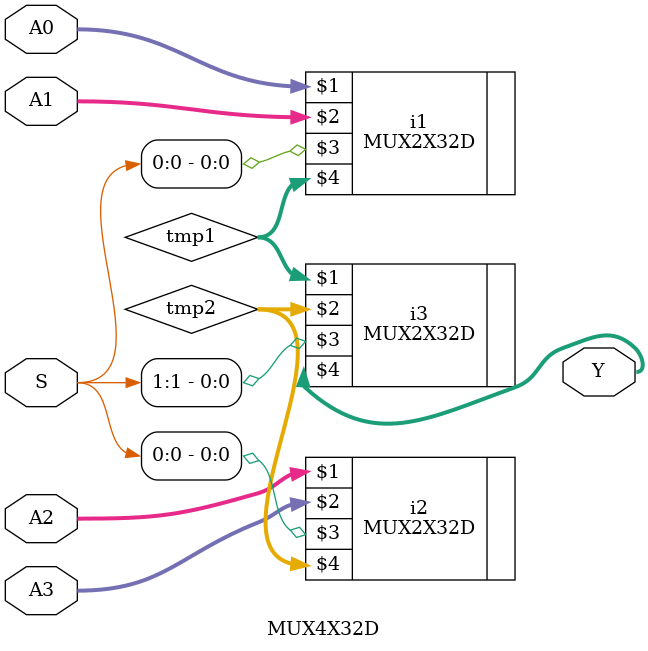
<source format=v>
`timescale 1ns / 1ps
module MUX4X32D(A0,A1,A2,A3,S,Y
    );
	input[31:0] A0,A1,A2,A3;
	input[1:0] S;
	output[31:0] Y;
	wire[31:0] tmp1,tmp2;
	MUX2X32D i1(A0,A1,S[0],tmp1);
	MUX2X32D i2(A2,A3,S[0],tmp2);
	MUX2X32D i3(tmp1,tmp2,S[1],Y);
endmodule

</source>
